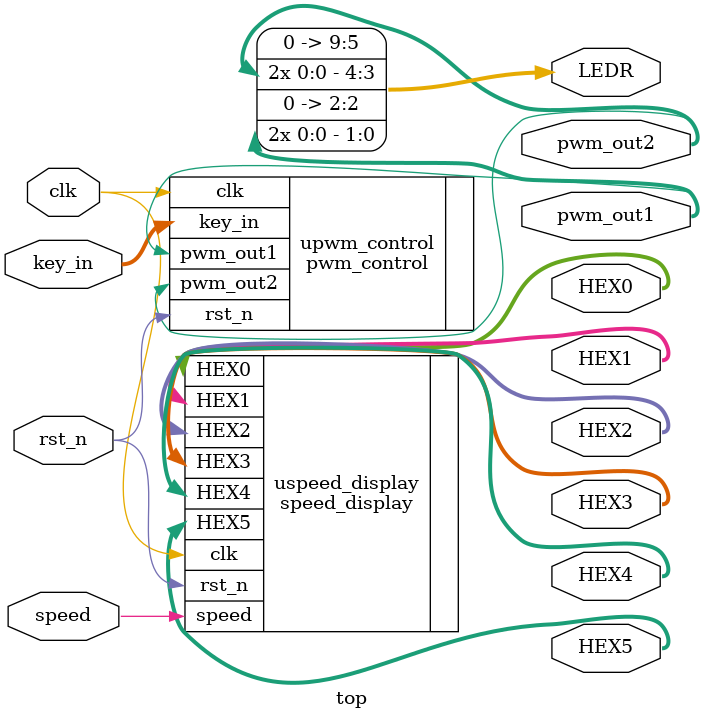
<source format=v>
module top
(
	input			clk,	//50MHz--AF14
	input			rst_n,	//key0--AA14
	input			speed,	//GPIO0[1],Y17	
	input	[2:0]	key_in,	//key_in[1]--key3--Y16,
							//key_in[0]--key2--W15,
							//key_in[2]--key1--AA15
	
	output	[ 6:0]	HEX0,
	output	[ 6:0]	HEX1,
	output	[ 6:0]	HEX2,
	output	[ 6:0]	HEX3,
	output	[ 6:0]	HEX4,
	output	[ 6:0]	HEX5,
	output			pwm_out1,	//GPIO0[35],AJ21
	output			pwm_out2,	//GPIO0[33],AG20
	output	[9:0]	LEDR

);

assign	LEDR[1:0]		=	{	2{pwm_out1}	};
assign	LEDR[4:3]		=	{	2{pwm_out2}	};

assign	LEDR[2]			=	1'b0;
assign	LEDR[9:5]		=	1'b0;


speed_display uspeed_display
(
	.clk	(	clk		),
	.rst_n	(	rst_n	),
	.speed	(	speed	),	//GPIO0[1],Y17
			
	.HEX0	(	HEX0	),
	.HEX1	(	HEX1	),
	.HEX2	(	HEX2	),
	.HEX3	(	HEX3	),
	.HEX4	(	HEX4	),
	.HEX5	(	HEX5	)
);

pwm_control upwm_control
(
	.clk		(	clk		),
	.rst_n		(	rst_n	),	
	.key_in		(	key_in	),
	.pwm_out1	(	pwm_out1),
	.pwm_out2	(	pwm_out2)

);



endmodule
</source>
